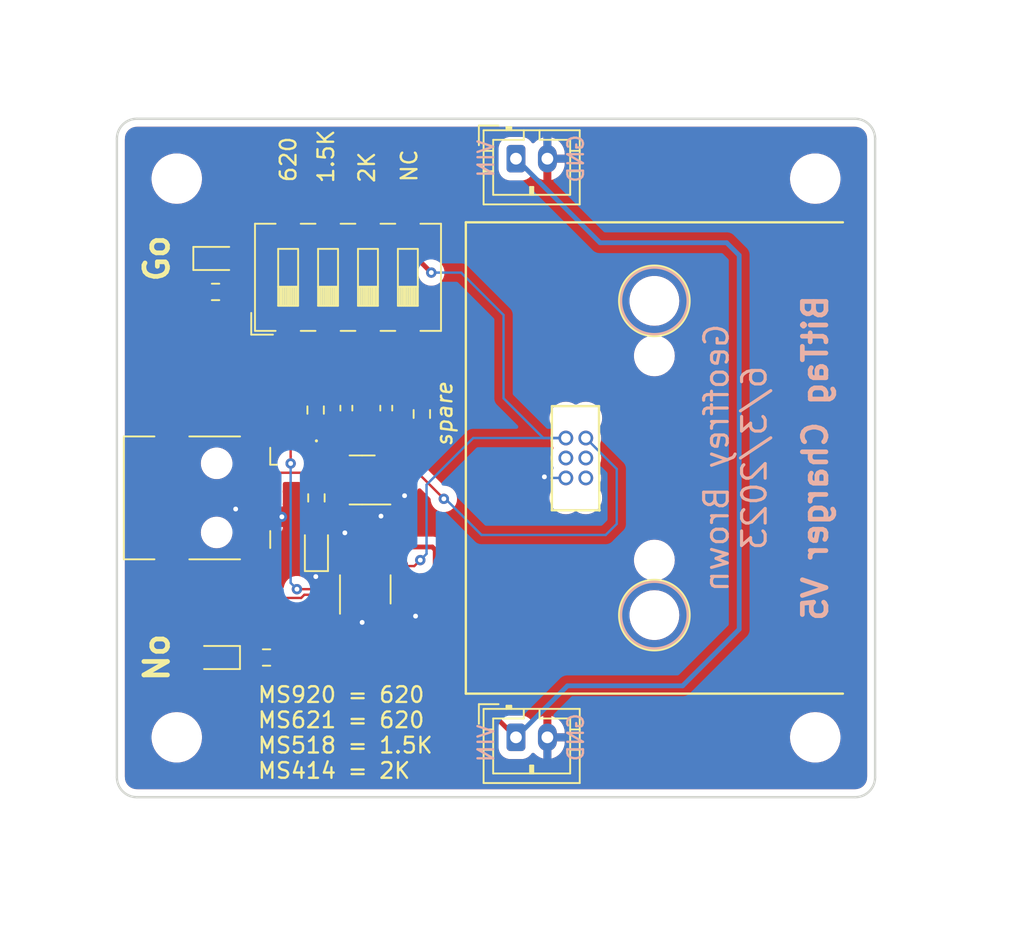
<source format=kicad_pcb>
(kicad_pcb (version 20211014) (generator pcbnew)
  (layers (0 "F.Cu" signal) (31 "B.Cu" signal) (34 "B.Paste" user) (35 "F.Paste" user) (36 "B.SilkS" user "B.Silkscreen") (37 "F.SilkS" user "F.Silkscreen") (38 "B.Mask" user) (39 "F.Mask" user) (44 "Edge.Cuts" user))
  (net 0 "")
  (net 1 "+3V3")
  (net 2 "GND")
  (net 3 "/VIN")
  (net 4 "TAG_VBAT")
  (net 5 "Net-(D102-Pad2)")
  (net 6 "Net-(D101-Pad1)")
  (net 7 "Net-(D103-Pad1)")
  (net 8 "Net-(R101-Pad1)")
  (net 9 "/Vsense")
  (net 10 "Net-(R105-Pad1)")
  (net 11 "Net-(D104-Pad2)")
  (net 12 "Net-(R1-Pad1)")
  (net 13 "Net-(R106-Pad1)")
  (net 14 "Net-(R107-Pad1)")
  (net 20 "Net-(R2-Pad2)")
  (footprint "Package_TO_SOT_SMD:SOT-23-3" (layer "F.Cu") (at 132.45 71.25 180)
    (fp_text reference "U106" hide)
    (fp_text value "XC6206-3.3V" hide)
    (fp_line (start 0 1.56) (end -0.8 1.56) (layer "F.SilkS") (width 0.12))
    (fp_line (start 0 -1.56) (end -1.8 -1.56) (layer "F.SilkS") (width 0.12))
    (fp_line (start 0 1.56) (end 0.8 1.56) (layer "F.SilkS") (width 0.12))
    (fp_line (start 0 -1.56) (end 0.8 -1.56) (layer "F.SilkS") (width 0.12))
    (pad "1" smd roundrect locked (at -1.1375 -0.95 180) (size 1.325 0.6) (layers "F.Cu" "F.Paste" "F.Mask") (net 2 "GND"))
    (pad "2" smd roundrect locked (at -1.1375 0.95 180) (size 1.325 0.6) (layers "F.Cu" "F.Paste" "F.Mask") (net 1 "+3V3"))
    (pad "3" smd roundrect locked (at 1.1375 0 180) (size 1.325 0.6) (layers "F.Cu" "F.Paste" "F.Mask") (net 3 "/VIN"))
  )
  (footprint "Package_TO_SOT_SMD:SOT-23-6" (layer "F.Cu") (at 132.65 78.215 90)
    (fp_text reference "U101" hide)
    (fp_text value "TPS3700" hide)
    (fp_line (start -0.9 1.61) (end 0.9 1.61) (layer "F.SilkS") (width 0.12))
    (fp_line (start 0.9 -1.61) (end -1.55 -1.61) (layer "F.SilkS") (width 0.12))
    (pad "1" smd rect locked (at -1.1 -0.95 90) (size 1.06 0.65) (layers "F.Cu" "F.Paste" "F.Mask") (net 8 "Net-(R101-Pad1)"))
    (pad "2" smd rect locked (at -1.1 0 90) (size 1.06 0.65) (layers "F.Cu" "F.Paste" "F.Mask") (net 2 "GND"))
    (pad "3" smd rect locked (at -1.1 0.95 90) (size 1.06 0.65) (layers "F.Cu" "F.Paste" "F.Mask") (net 9 "/Vsense"))
    (pad "4" smd rect locked (at 1.1 0.95 90) (size 1.06 0.65) (layers "F.Cu" "F.Paste" "F.Mask") (net 9 "/Vsense"))
    (pad "5" smd rect locked (at 1.1 0 90) (size 1.06 0.65) (layers "F.Cu" "F.Paste" "F.Mask") (net 3 "/VIN"))
    (pad "6" smd rect locked (at 1.1 -0.95 90) (size 1.06 0.65) (layers "F.Cu" "F.Paste" "F.Mask") (net 10 "Net-(R105-Pad1)"))
  )
  (footprint "Mounting_Holes:MountingHole_2.2mm_M2" (layer "F.Cu") (at 120.65 87.63)
    (fp_text reference "MK101" hide)
    (fp_text value "Mounting_Hole" hide)
    (pad "" np_thru_hole circle locked (at 0 0) (size 2.2 2.2) (drill 2.2) (layers *.Cu *.Mask))
  )
  (footprint "Mounting_Holes:MountingHole_2.2mm_M2" (layer "F.Cu") (at 120.65 52.07)
    (fp_text reference "MK102" hide)
    (fp_text value "Mounting_Hole" hide)
    (pad "" np_thru_hole circle locked (at 0 0) (size 2.2 2.2) (drill 2.2) (layers *.Cu *.Mask))
  )
  (footprint "Mounting_Holes:MountingHole_2.2mm_M2" (layer "F.Cu") (at 161.29 52.07)
    (fp_text reference "MK103" hide)
    (fp_text value "Mounting_Hole" hide)
    (pad "" np_thru_hole circle locked (at 0 0) (size 2.2 2.2) (drill 2.2) (layers *.Cu *.Mask))
  )
  (footprint "Mounting_Holes:MountingHole_2.2mm_M2" (layer "F.Cu") (at 161.29 87.63)
    (fp_text reference "MK104" hide)
    (fp_text value "Mounting_Hole" hide)
    (pad "" np_thru_hole circle locked (at 0 0) (size 2.2 2.2) (drill 2.2) (layers *.Cu *.Mask))
  )
  (footprint "MultiCharger:6pin_tagpoints_new_offset" (layer "F.Cu") (at 146.05 69.85 90)
    (fp_text reference "J103" hide)
    (fp_text value "Tagbase" hide)
    (fp_circle (center 10 5) (end 11.5 6.5) (layer "B.SilkS") (width 0.15) (fill none))
    (fp_circle (center -10 5) (end -8.5 6.5) (layer "B.SilkS") (width 0.15) (fill none))
    (fp_line (start -15 -7) (end -15 17) (layer "F.SilkS") (width 0.15))
    (fp_line (start 15 17) (end 15 -7) (layer "F.SilkS") (width 0.15))
    (fp_line (start 3.302 1.4732) (end -3.3528 1.4986) (layer "F.SilkS") (width 0.15))
    (fp_line (start -3.3274 1.524) (end -3.3274 -1.524) (layer "F.SilkS") (width 0.15))
    (fp_line (start -3.3274 -1.524) (end 3.302 -1.524) (layer "F.SilkS") (width 0.15))
    (fp_line (start 3.302 -1.4732) (end 3.302 1.4748) (layer "F.SilkS") (width 0.15))
    (fp_line (start 15 -7) (end -15 -7) (layer "F.SilkS") (width 0.15))
    (fp_circle (center 10 5) (end 11 7) (layer "F.SilkS") (width 0.15) (fill none))
    (fp_circle (center -10 5) (end -9 7) (layer "F.SilkS") (width 0.15) (fill none))
    (pad "" np_thru_hole circle locked (at 2.54 0.635 90) (size 1.0668 1.0668) (drill 1.0668) (layers *.Cu))
    (pad "" np_thru_hole circle locked (at -2.54 -0.635 90) (size 1.0668 1.0668) (drill 1.0668) (layers *.Cu))
    (pad "" np_thru_hole circle locked (at -6.5 5 90) (size 1.5875 1.5875) (drill 1.5875) (layers *.Cu *.Mask))
    (pad "" np_thru_hole circle locked (at 2.54 -0.635 90) (size 1.0668 1.0668) (drill 1.0668) (layers *.Cu))
    (pad "" np_thru_hole circle locked (at -10 5 90) (size 2.16 2.16) (drill 2.16) (layers *.Cu *.Mask))
    (pad "" np_thru_hole circle locked (at 6.5 5 90) (size 1.5875 1.5875) (drill 1.5875) (layers *.Cu *.Mask))
    (pad "" np_thru_hole circle locked (at -2.54 0.635 90) (size 1.0668 1.0668) (drill 1.0668) (layers *.Cu))
    (pad "" np_thru_hole circle locked (at 10 5 90) (size 2.16 2.16) (drill 2.16) (layers *.Cu *.Mask))
    (pad "1" thru_hole circle locked (at -1.27 0.635 90) (size 0.9398 0.9398) (drill 0.6096) (layers *.Cu *.Mask))
    (pad "2" thru_hole circle locked (at -1.27 -0.635 90) (size 0.9398 0.9398) (drill 0.6096) (layers *.Cu *.Mask) (net 2 "GND"))
    (pad "3" thru_hole circle locked (at 0 0.635 90) (size 0.9398 0.9398) (drill 0.6096) (layers *.Cu *.Mask))
    (pad "4" thru_hole circle locked (at 0 -0.635 90) (size 0.9398 0.9398) (drill 0.6096) (layers *.Cu *.Mask))
    (pad "5" thru_hole circle locked (at 1.27 0.635 90) (size 0.9398 0.9398) (drill 0.6096) (layers *.Cu *.Mask) (net 1 "+3V3"))
    (pad "6" thru_hole circle locked (at 1.27 -0.635 90) (size 0.9398 0.9398) (drill 0.6096) (layers *.Cu *.Mask) (net 4 "TAG_VBAT"))
  )
  (footprint "Capacitor_SMD:C_0402_1005Metric" (layer "F.Cu") (at 132.05 75.515 180)
    (fp_text reference "C101" hide)
    (fp_text value "0.1uF" hide)
    (pad "1" smd roundrect locked (at -0.485 0 180) (size 0.59 0.64) (layers "F.Cu" "F.Paste" "F.Mask") (net 3 "/VIN"))
    (pad "2" smd roundrect locked (at 0.485 0 180) (size 0.59 0.64) (layers "F.Cu" "F.Paste" "F.Mask") (net 2 "GND"))
  )
  (footprint "Capacitor_SMD:C_0402_1005Metric" (layer "F.Cu") (at 132.45 73.55)
    (fp_text reference "C106" hide)
    (fp_text value "1uF" hide)
    (pad "1" smd roundrect locked (at -0.485 0) (size 0.59 0.64) (layers "F.Cu" "F.Paste" "F.Mask") (net 3 "/VIN"))
    (pad "2" smd roundrect locked (at 0.485 0) (size 0.59 0.64) (layers "F.Cu" "F.Paste" "F.Mask") (net 2 "GND"))
  )
  (footprint "Capacitor_SMD:C_0402_1005Metric" (layer "F.Cu") (at 135.15 71.15 -90)
    (fp_text reference "C107" hide)
    (fp_text value "2.2uF" hide)
    (pad "1" smd roundrect locked (at -0.485 0 270) (size 0.59 0.64) (layers "F.Cu" "F.Paste" "F.Mask") (net 1 "+3V3"))
    (pad "2" smd roundrect locked (at 0.485 0 270) (size 0.59 0.64) (layers "F.Cu" "F.Paste" "F.Mask") (net 2 "GND"))
  )
  (footprint "LED_SMD:LED_0603_1608Metric" (layer "F.Cu") (at 123.19 82.55 180)
    (fp_text reference "D101" hide)
    (fp_text value "No Go" hide)
    (fp_line (start -1.485 0.735) (end 0.8 0.735) (layer "F.SilkS") (width 0.12))
    (fp_line (start 0.8 -0.735) (end -1.485 -0.735) (layer "F.SilkS") (width 0.12))
    (fp_line (start -1.485 -0.735) (end -1.485 0.735) (layer "F.SilkS") (width 0.12))
    (pad "1" smd roundrect locked (at -0.7875 0 180) (size 0.875 0.95) (layers "F.Cu" "F.Paste" "F.Mask") (net 6 "Net-(D101-Pad1)"))
    (pad "2" smd roundrect locked (at 0.7875 0 180) (size 0.875 0.95) (layers "F.Cu" "F.Paste" "F.Mask") (net 3 "/VIN"))
  )
  (footprint "LED_SMD:LED_0603_1608Metric" (layer "F.Cu") (at 129.54 75.565 90)
    (fp_text reference "D102" hide)
    (fp_text value "LED" hide)
    (fp_line (start -1.485 -0.735) (end -1.485 0.735) (layer "F.SilkS") (width 0.12))
    (fp_line (start 0.8 -0.735) (end -1.485 -0.735) (layer "F.SilkS") (width 0.12))
    (fp_line (start -1.485 0.735) (end 0.8 0.735) (layer "F.SilkS") (width 0.12))
    (pad "1" smd roundrect locked (at -0.7875 0 90) (size 0.875 0.95) (layers "F.Cu" "F.Paste" "F.Mask") (net 2 "GND"))
    (pad "2" smd roundrect locked (at 0.7875 0 90) (size 0.875 0.95) (layers "F.Cu" "F.Paste" "F.Mask") (net 5 "Net-(D102-Pad2)"))
  )
  (footprint "LED_SMD:LED_0603_1608Metric" (layer "F.Cu") (at 123.19 57.15)
    (fp_text reference "D103" hide)
    (fp_text value "Go" hide)
    (fp_line (start -1.485 -0.735) (end -1.485 0.735) (layer "F.SilkS") (width 0.12))
    (fp_line (start 0.8 -0.735) (end -1.485 -0.735) (layer "F.SilkS") (width 0.12))
    (fp_line (start -1.485 0.735) (end 0.8 0.735) (layer "F.SilkS") (width 0.12))
    (pad "1" smd roundrect locked (at -0.7875 0) (size 0.875 0.95) (layers "F.Cu" "F.Paste" "F.Mask") (net 7 "Net-(D103-Pad1)"))
    (pad "2" smd roundrect locked (at 0.7875 0) (size 0.875 0.95) (layers "F.Cu" "F.Paste" "F.Mask") (net 3 "/VIN"))
  )
  (footprint "Connector_USB:USB_Mini-B_Lumberg_2486_01_Horizontal" (layer "F.Cu") (at 123.19 72.39 -90)
    (fp_text reference "J104" hide)
    (fp_text value "USB_B_Mini" hide)
    (fp_line (start -2.11 -3.41) (end -2.11 -3.84) (layer "F.SilkS") (width 0.12))
    (fp_line (start 3.91 5.91) (end -3.91 5.91) (layer "F.SilkS") (width 0.12))
    (fp_line (start -3.91 5.91) (end -3.91 3.96) (layer "F.SilkS") (width 0.12))
    (fp_line (start -3.91 1.74) (end -3.91 -1.49) (layer "F.SilkS") (width 0.12))
    (fp_line (start -3.19 -3.41) (end -2.11 -3.41) (layer "F.SilkS") (width 0.12))
    (fp_line (start 2.11 -3.41) (end 3.19 -3.41) (layer "F.SilkS") (width 0.12))
    (fp_line (start 3.91 5.91) (end 3.91 3.96) (layer "F.SilkS") (width 0.12))
    (fp_line (start 3.91 1.74) (end 3.91 -1.49) (layer "F.SilkS") (width 0.12))
    (pad "" np_thru_hole circle locked (at 2.2 0 270) (size 1 1) (drill 1) (layers *.Cu *.Mask))
    (pad "" np_thru_hole circle locked (at -2.2 0 270) (size 1 1) (drill 1) (layers *.Cu *.Mask))
    (pad "1" smd rect locked (at -1.6 -2.7 270) (size 0.5 2) (layers "F.Cu" "F.Paste" "F.Mask") (net 11 "Net-(D104-Pad2)"))
    (pad "2" smd rect locked (at -0.8 -2.7 270) (size 0.5 2) (layers "F.Cu" "F.Paste" "F.Mask"))
    (pad "3" smd rect locked (at 0 -2.7 270) (size 0.5 2) (layers "F.Cu" "F.Paste" "F.Mask"))
    (pad "4" smd rect locked (at 0.8 -2.7 270) (size 0.5 2) (layers "F.Cu" "F.Paste" "F.Mask") (net 2 "GND"))
    (pad "5" smd rect locked (at 1.6 -2.7 270) (size 0.5 2) (layers "F.Cu" "F.Paste" "F.Mask") (net 2 "GND"))
    (pad "6" smd rect locked (at 4.45 -2.6 270) (size 2 1.7) (layers "F.Cu" "F.Paste" "F.Mask") (net 2 "GND"))
    (pad "6" smd rect locked (at -4.45 2.85 270) (size 2 1.7) (layers "F.Cu" "F.Paste" "F.Mask") (net 2 "GND"))
    (pad "6" smd rect locked (at -4.45 -2.6 270) (size 2 1.7) (layers "F.Cu" "F.Paste" "F.Mask") (net 2 "GND"))
    (pad "6" smd rect locked (at 4.45 2.85 270) (size 2 1.7) (layers "F.Cu" "F.Paste" "F.Mask") (net 2 "GND"))
  )
  (footprint "Resistor_SMD:R_0603_1608Metric" (layer "F.Cu") (at 129.49 66.8 -90)
    (fp_text reference "R1" hide)
    (fp_text value "620")
    (fp_line (start -0.237258 0.5225) (end 0.237258 0.5225) (layer "F.SilkS") (width 0.12))
    (fp_line (start -0.237258 -0.5225) (end 0.237258 -0.5225) (layer "F.SilkS") (width 0.12))
    (pad "1" smd roundrect (at -0.825 0 270) (size 0.8 0.95) (layers "F.Cu" "F.Paste" "F.Mask") (net 12 "Net-(R1-Pad1)"))
    (pad "2" smd roundrect (at 0.825 0 270) (size 0.8 0.95) (layers "F.Cu" "F.Paste" "F.Mask") (net 1 "+3V3"))
  )
  (footprint "Resistor_SMD:R_0603_1608Metric" (layer "F.Cu") (at 129.54 72.39 -90)
    (fp_text reference "R102" hide)
    (fp_text value "1.2K")
    (fp_line (start -0.237258 -0.5225) (end 0.237258 -0.5225) (layer "F.SilkS") (width 0.12))
    (fp_line (start -0.237258 0.5225) (end 0.237258 0.5225) (layer "F.SilkS") (width 0.12))
    (pad "1" smd roundrect (at -0.825 0 270) (size 0.8 0.95) (layers "F.Cu" "F.Paste" "F.Mask") (net 11 "Net-(D104-Pad2)"))
    (pad "2" smd roundrect (at 0.825 0 270) (size 0.8 0.95) (layers "F.Cu" "F.Paste" "F.Mask") (net 5 "Net-(D102-Pad2)"))
  )
  (footprint "Resistor_SMD:R_0402_1005Metric" (layer "F.Cu") (at 135.05 77.215 -90)
    (fp_text reference "R103" hide)
    (fp_text value "910K" hide)
    (pad "1" smd roundrect locked (at -0.485 0 270) (size 0.59 0.64) (layers "F.Cu" "F.Paste" "F.Mask") (net 4 "TAG_VBAT"))
    (pad "2" smd roundrect locked (at 0.485 0 270) (size 0.59 0.64) (layers "F.Cu" "F.Paste" "F.Mask") (net 9 "/Vsense"))
  )
  (footprint "Resistor_SMD:R_0402_1005Metric" (layer "F.Cu") (at 135.05 79.215 -90)
    (fp_text reference "R104" hide)
    (fp_text value "130K" hide)
    (pad "1" smd roundrect locked (at -0.485 0 270) (size 0.59 0.64) (layers "F.Cu" "F.Paste" "F.Mask") (net 9 "/Vsense"))
    (pad "2" smd roundrect locked (at 0.485 0 270) (size 0.59 0.64) (layers "F.Cu" "F.Paste" "F.Mask") (net 2 "GND"))
  )
  (footprint "Resistor_SMD:R_0603_1608Metric" (layer "F.Cu") (at 123.12 59.28 180)
    (fp_text reference "R105" hide)
    (fp_text value "1.2K")
    (fp_line (start -0.237258 -0.5225) (end 0.237258 -0.5225) (layer "F.SilkS") (width 0.12))
    (fp_line (start -0.237258 0.5225) (end 0.237258 0.5225) (layer "F.SilkS") (width 0.12))
    (pad "1" smd roundrect (at -0.825 0 180) (size 0.8 0.95) (layers "F.Cu" "F.Paste" "F.Mask") (net 10 "Net-(R105-Pad1)"))
    (pad "2" smd roundrect (at 0.825 0 180) (size 0.8 0.95) (layers "F.Cu" "F.Paste" "F.Mask") (net 7 "Net-(D103-Pad1)"))
  )
  (footprint "Connector_JST:JST_PH_B2B-PH-K_1x02_P2.00mm_Vertical" (layer "F.Cu") (at 142.24 50.8)
    (fp_text reference "J101" hide)
    (fp_text value "Conn_01x02" hide)
    (fp_line (start 4.06 -0.5) (end 3.45 -0.5) (layer "F.SilkS") (width 0.12))
    (fp_line (start 0.5 -1.2) (end -1.45 -1.2) (layer "F.SilkS") (width 0.12))
    (fp_line (start -2.06 0.8) (end -1.45 0.8) (layer "F.SilkS") (width 0.12))
    (fp_line (start -2.06 -0.5) (end -1.45 -0.5) (layer "F.SilkS") (width 0.12))
    (fp_line (start -2.06 -1.81) (end -2.06 2.91) (layer "F.SilkS") (width 0.12))
    (fp_line (start -1.11 -2.11) (end -2.36 -2.11) (layer "F.SilkS") (width 0.12))
    (fp_line (start -0.3 -1.91) (end -0.6 -1.91) (layer "F.SilkS") (width 0.12))
    (fp_line (start 1 2.3) (end 1 1.8) (layer "F.SilkS") (width 0.12))
    (fp_line (start -2.36 -2.11) (end -2.36 -0.86) (layer "F.SilkS") (width 0.12))
    (fp_line (start -0.6 -2.01) (end -0.6 -1.81) (layer "F.SilkS") (width 0.12))
    (fp_line (start -0.3 -1.81) (end -0.3 -2.01) (layer "F.SilkS") (width 0.12))
    (fp_line (start -0.3 -2.01) (end -0.6 -2.01) (layer "F.SilkS") (width 0.12))
    (fp_line (start 1.1 1.8) (end 1.1 2.3) (layer "F.SilkS") (width 0.12))
    (fp_line (start 3.45 2.3) (end 3.45 -1.2) (layer "F.SilkS") (width 0.12))
    (fp_line (start 4.06 2.91) (end 4.06 -1.81) (layer "F.SilkS") (width 0.12))
    (fp_line (start 1.5 -1.2) (end 1.5 -1.81) (layer "F.SilkS") (width 0.12))
    (fp_line (start 0.9 1.8) (end 1.1 1.8) (layer "F.SilkS") (width 0.12))
    (fp_line (start 0.5 -1.81) (end 0.5 -1.2) (layer "F.SilkS") (width 0.12))
    (fp_line (start -2.06 2.91) (end 4.06 2.91) (layer "F.SilkS") (width 0.12))
    (fp_line (start 4.06 0.8) (end 3.45 0.8) (layer "F.SilkS") (width 0.12))
    (fp_line (start -1.45 -1.2) (end -1.45 2.3) (layer "F.SilkS") (width 0.12))
    (fp_line (start 3.45 -1.2) (end 1.5 -1.2) (layer "F.SilkS") (width 0.12))
    (fp_line (start 4.06 -1.81) (end -2.06 -1.81) (layer "F.SilkS") (width 0.12))
    (fp_line (start -1.45 2.3) (end 3.45 2.3) (layer "F.SilkS") (width 0.12))
    (fp_line (start 0.9 2.3) (end 0.9 1.8) (layer "F.SilkS") (width 0.12))
    (pad "1" thru_hole roundrect locked (at 0 0) (size 1.2 1.75) (drill 0.75) (layers *.Cu *.Mask) (roundrect_rratio 0.2083333333) (net 3 "/VIN"))
    (pad "2" thru_hole oval locked (at 2 0) (size 1.2 1.75) (drill 0.75) (layers *.Cu *.Mask) (net 2 "GND"))
  )
  (footprint "Connector_JST:JST_PH_B2B-PH-K_1x02_P2.00mm_Vertical" (layer "F.Cu") (at 142.24 87.63)
    (fp_text reference "J102" hide)
    (fp_text value "Conn_01x02" hide)
    (fp_line (start -2.36 -2.11) (end -2.36 -0.86) (layer "F.SilkS") (width 0.12))
    (fp_line (start 3.45 2.3) (end 3.45 -1.2) (layer "F.SilkS") (width 0.12))
    (fp_line (start -2.06 -0.5) (end -1.45 -0.5) (layer "F.SilkS") (width 0.12))
    (fp_line (start -2.06 2.91) (end 4.06 2.91) (layer "F.SilkS") (width 0.12))
    (fp_line (start -0.3 -1.91) (end -0.6 -1.91) (layer "F.SilkS") (width 0.12))
    (fp_line (start -0.6 -2.01) (end -0.6 -1.81) (layer "F.SilkS") (width 0.12))
    (fp_line (start -0.3 -2.01) (end -0.6 -2.01) (layer "F.SilkS") (width 0.12))
    (fp_line (start -0.3 -1.81) (end -0.3 -2.01) (layer "F.SilkS") (width 0.12))
    (fp_line (start -1.45 -1.2) (end -1.45 2.3) (layer "F.SilkS") (width 0.12))
    (fp_line (start 4.06 2.91) (end 4.06 -1.81) (layer "F.SilkS") (width 0.12))
    (fp_line (start 4.06 -1.81) (end -2.06 -1.81) (layer "F.SilkS") (width 0.12))
    (fp_line (start 1.1 1.8) (end 1.1 2.3) (layer "F.SilkS") (width 0.12))
    (fp_line (start 0.5 -1.2) (end -1.45 -1.2) (layer "F.SilkS") (width 0.12))
    (fp_line (start -2.06 -1.81) (end -2.06 2.91) (layer "F.SilkS") (width 0.12))
    (fp_line (start 4.06 -0.5) (end 3.45 -0.5) (layer "F.SilkS") (width 0.12))
    (fp_line (start -1.45 2.3) (end 3.45 2.3) (layer "F.SilkS") (width 0.12))
    (fp_line (start 4.06 0.8) (end 3.45 0.8) (layer "F.SilkS") (width 0.12))
    (fp_line (start 0.9 2.3) (end 0.9 1.8) (layer "F.SilkS") (width 0.12))
    (fp_line (start 3.45 -1.2) (end 1.5 -1.2) (layer "F.SilkS") (width 0.12))
    (fp_line (start 1 2.3) (end 1 1.8) (layer "F.SilkS") (width 0.12))
    (fp_line (start -1.11 -2.11) (end -2.36 -2.11) (layer "F.SilkS") (width 0.12))
    (fp_line (start 0.9 1.8) (end 1.1 1.8) (layer "F.SilkS") (width 0.12))
    (fp_line (start -2.06 0.8) (end -1.45 0.8) (layer "F.SilkS") (width 0.12))
    (fp_line (start 0.5 -1.81) (end 0.5 -1.2) (layer "F.SilkS") (width 0.12))
    (fp_line (start 1.5 -1.2) (end 1.5 -1.81) (layer "F.SilkS") (width 0.12))
    (pad "1" thru_hole roundrect locked (at 0 0) (size 1.2 1.75) (drill 0.75) (layers *.Cu *.Mask) (roundrect_rratio 0.2083333333) (net 3 "/VIN"))
    (pad "2" thru_hole oval locked (at 2 0) (size 1.2 1.75) (drill 0.75) (layers *.Cu *.Mask) (net 2 "GND"))
  )
  (footprint "Resistor_SMD:R_0402_1005Metric" (layer "F.Cu") (at 131.445 66.675 -90)
    (fp_text reference "R106" hide)
    (fp_text value "1500" hide)
    (fp_line (start -0.153641 -0.38) (end 0.153641 -0.38) (layer "F.SilkS") (width 0.12))
    (fp_line (start -0.153641 0.38) (end 0.153641 0.38) (layer "F.SilkS") (width 0.12))
    (pad "1" smd roundrect locked (at -0.51 0 270) (size 0.54 0.64) (layers "F.Cu" "F.Paste" "F.Mask") (net 13 "Net-(R106-Pad1)"))
    (pad "2" smd roundrect locked (at 0.51 0 270) (size 0.54 0.64) (layers "F.Cu" "F.Paste" "F.Mask") (net 1 "+3V3"))
  )
  (footprint "Button_Switch_SMD:SW_DIP_SPSTx04_Slide_6.7x11.72mm_W8.61mm_P2.54mm_LowProfile" (layer "F.Cu") (at 131.55 58.35 90)
    (fp_text reference "SW101" hide)
    (fp_text value "SW_DIP_x04" hide)
    (fp_line (start 1.81 -4.445) (end -1.81 -4.445) (layer "F.SilkS") (width 0.12))
    (fp_line (start -1.81 1.715) (end -0.603333 1.715) (layer "F.SilkS") (width 0.12))
    (fp_line (start -1.81 -1.065) (end -0.603333 -1.065) (layer "F.SilkS") (width 0.12))
    (fp_line (start -1.81 1.475) (end -0.603333 1.475) (layer "F.SilkS") (width 0.12))
    (fp_line (start -3.41 -5.92) (end 3.41 -5.92) (layer "F.SilkS") (width 0.12))
    (fp_line (start -1.81 -3.725) (end -0.603333 -3.725) (layer "F.SilkS") (width 0.12))
    (fp_line (start -1.81 4.375) (end -0.603333 4.375) (layer "F.SilkS") (width 0.12))
    (fp_line (start -1.81 -0.705) (end -0.603333 -0.705) (layer "F.SilkS") (width 0.12))
    (fp_line (start -0.603333 -1.905) (end -0.603333 -0.635) (layer "F.SilkS") (width 0.12))
    (fp_line (start -1.81 0.755) (end -0.603333 0.755) (layer "F.SilkS") (width 0.12))
    (fp_line (start -1.81 1.355) (end -0.603333 1.355) (layer "F.SilkS") (width 0.12))
    (fp_line (start -3.41 4.61) (end -3.41 5.92) (layer "F.SilkS") (width 0.12))
    (fp_line (start -3.65 -6.16) (end -3.65 -4.777) (layer "F.SilkS") (width 0.12))
    (fp_line (start -1.81 4.135) (end -0.603333 4.135) (layer "F.SilkS") (width 0.12))
    (fp_line (start -0.603333 -4.445) (end -0.603333 -3.175) (layer "F.SilkS") (width 0.12))
    (fp_line (start -1.81 -1.305) (end -0.603333 -1.305) (layer "F.SilkS") (width 0.12))
    (fp_line (start -1.81 4.255) (end -0.603333 4.255) (layer "F.SilkS") (width 0.12))
    (fp_line (start -1.81 3.535) (end -0.603333 3.535) (layer "F.SilkS") (width 0.12))
    (fp_line (start -1.81 -3.365) (end -0.603333 -3.365) (layer "F.SilkS") (width 0.12))
    (fp_line (start -1.81 -1.665) (end -0.603333 -1.665) (layer "F.SilkS") (width 0.12))
    (fp_line (start -1.81 3.655) (end -0.603333 3.655) (layer "F.SilkS") (width 0.12))
    (fp_line (start -3.41 -5.92) (end -3.41 -4.61) (layer "F.SilkS") (width 0.12))
    (fp_line (start -1.81 0.995) (end -0.603333 0.995) (layer "F.SilkS") (width 0.12))
    (fp_line (start -1.81 0.635) (end -1.81 1.905) (layer "F.SilkS") (width 0.12))
    (fp_line (start 3.41 4.61) (end 3.41 5.92) (layer "F.SilkS") (width 0.12))
    (fp_line (start 1.81 4.445) (end 1.81 3.175) (layer "F.SilkS") (width 0.12))
    (fp_line (start -1.81 -4.325) (end -0.603333 -4.325) (layer "F.SilkS") (width 0.12))
    (fp_line (start -1.81 -1.425) (end -0.603333 -1.425) (layer "F.SilkS") (width 0.12))
    (fp_line (start 1.81 -0.635) (end 1.81 -1.905) (layer "F.SilkS") (width 0.12))
    (fp_line (start -1.81 3.775) (end -0.603333 3.775) (layer "F.SilkS") (width 0.12))
    (fp_line (start -1.81 -3.845) (end -0.603333 -3.845) (layer "F.SilkS") (width 0.12))
    (fp_line (start -3.41 -0.47) (end -3.41 0.47) (layer "F.SilkS") (width 0.12))
    (fp_line (start -1.81 3.175) (end -1.81 4.445) (layer "F.SilkS") (width 0.12))
    (fp_line (start -3.65 -6.16) (end -2.267 -6.16) (layer "F.SilkS") (width 0.12))
    (fp_line (start 3.41 -5.92) (end 3.41 -4.61) (layer "F.SilkS") (width 0.12))
    (fp_line (start -1.81 -1.905) (end -1.81 -0.635) (layer "F.SilkS") (width 0.12))
    (fp_line (start -1.81 1.235) (end -0.603333 1.235) (layer "F.SilkS") (width 0.12))
    (fp_line (start 1.81 1.905) (end 1.81 0.635) (layer "F.SilkS") (width 0.12))
    (fp_line (start -1.81 -3.245) (end -0.603333 -3.245) (layer "F.SilkS") (width 0.12))
    (fp_line (start 3.41 -0.47) (end 3.41 0.47) (layer "F.SilkS") (width 0.12))
    (fp_line (start -1.81 -1.785) (end -0.603333 -1.785) (layer "F.SilkS") (width 0.12))
    (fp_line (start -1.81 1.835) (end -0.603333 1.835) (layer "F.SilkS") (width 0.12))
    (fp_line (start -1.81 -3.605) (end -0.603333 -3.605) (layer "F.SilkS") (width 0.12))
    (fp_line (start -1.81 -3.485) (end -0.603333 -3.485) (layer "F.SilkS") (width 0.12))
    (fp_line (start -1.81 -4.085) (end -0.603333 -4.085) (layer "F.SilkS") (width 0.12))
    (fp_line (start -1.81 -3.965) (end -0.603333 -3.965) (layer "F.SilkS") (width 0.12))
    (fp_line (start -1.81 3.895) (end -0.603333 3.895) (layer "F.SilkS") (width 0.12))
    (fp_line (start -3.41 -3.01) (end -3.41 -2.07) (layer "F.SilkS") (width 0.12))
    (fp_line (start 3.41 -3.01) (end 3.41 -2.07) (layer "F.SilkS") (width 0.12))
    (fp_line (start 1.81 -3.175) (end 1.81 -4.445) (layer "F.SilkS") (width 0.12))
    (fp_line (start -1.81 0.875) (end -0.603333 0.875) (layer "F.SilkS") (width 0.12))
    (fp_line (start -3.41 5.92) (end 3.41 5.92) (layer "F.SilkS") (width 0.12))
    (fp_line (start 1.81 0.635) (end -1.81 0.635) (layer "F.SilkS") (width 0.12))
    (fp_line (start -1.81 -1.185) (end -0.603333 -1.185) (layer "F.SilkS") (width 0.12))
    (fp_line (start -0.603333 3.175) (end -0.603333 4.445) (layer "F.SilkS") (width 0.12))
    (fp_line (start -1.81 -0.635) (end 1.81 -0.635) (layer "F.SilkS") (width 0.12))
    (fp_line (start -3.41 2.07) (end -3.41 3.01) (layer "F.SilkS") (width 0.12))
    (fp_line (start -1.81 -4.205) (end -0.603333 -4.205) (layer "F.SilkS") (width 0.12))
    (fp_line (start -1.81 -3.175) (end 1.81 -3.175) (layer "F.SilkS") (width 0.12))
    (fp_line (start -1.81 -0.825) (end -0.603333 -0.825) (layer "F.SilkS") (width 0.12))
    (fp_line (start -0.603333 0.635) (end -0.603333 1.905) (layer "F.SilkS") (width 0.12))
    (fp_line (start -1.81 -1.545) (end -0.603333 -1.545) (layer "F.SilkS") (width 0.12))
    (fp_line (start -1.81 1.595) (end -0.603333 1.595) (layer "F.SilkS") (width 0.12))
    (fp_line (start -1.81 -0.945) (end -0.603333 -0.945) (layer "F.SilkS") (width 0.12))
    (fp_line (start -1.81 1.905) (end 1.81 1.905) (layer "F.SilkS") (width 0.12))
    (fp_line (start -1.81 4.445) (end 1.81 4.445) (layer "F.SilkS") (width 0.12))
    (fp_line (start -1.81 -4.445) (end -1.81 -3.175) (layer "F.SilkS") (width 0.12))
    (fp_line (start -1.81 1.115) (end -0.603333 1.115) (layer "F.SilkS") (width 0.12))
    (fp_line (start 1.81 3.175) (end -1.81 3.175) (layer "F.SilkS") (width 0.12))
    (fp_line (start -1.81 3.415) (end -0.603333 3.415) (layer "F.SilkS") (width 0.12))
    (fp_line (start -1.81 4.015) (end -0.603333 4.015) (layer "F.SilkS") (width 0.12))
    (fp_line (start 1.81 -1.905) (end -1.81 -1.905) (layer "F.SilkS") (width 0.12))
    (fp_line (start -1.81 3.295) (end -0.603333 3.295) (layer "F.SilkS") (width 0.12))
    (fp_line (start 3.41 2.07) (end 3.41 3.01) (layer "F.SilkS") (width 0.12))
    (pad "1" smd rect (at -4.305 -3.81 90) (size 2.44 1.12) (layers "F.Cu" "F.Paste" "F.Mask") (net 12 "Net-(R1-Pad1)"))
    (pad "2" smd rect (at -4.305 -1.27 90) (size 2.44 1.12) (layers "F.Cu" "F.Paste" "F.Mask") (net 13 "Net-(R106-Pad1)"))
    (pad "3" smd rect (at -4.305 1.27 90) (size 2.44 1.12) (layers "F.Cu" "F.Paste" "F.Mask") (net 14 "Net-(R107-Pad1)"))
    (pad "4" smd rect (at -4.305 3.81 90) (size 2.44 1.12) (layers "F.Cu" "F.Paste" "F.Mask") (net 20 "Net-(R2-Pad2)"))
    (pad "5" smd rect (at 4.305 3.81 90) (size 2.44 1.12) (layers "F.Cu" "F.Paste" "F.Mask") (net 4 "TAG_VBAT"))
    (pad "6" smd rect (at 4.305 1.27 90) (size 2.44 1.12) (layers "F.Cu" "F.Paste" "F.Mask") (net 4 "TAG_VBAT"))
    (pad "7" smd rect (at 4.305 -1.27 90) (size 2.44 1.12) (layers "F.Cu" "F.Paste" "F.Mask") (net 4 "TAG_VBAT"))
    (pad "8" smd rect (at 4.305 -3.81 90) (size 2.44 1.12) (layers "F.Cu" "F.Paste" "F.Mask") (net 4 "TAG_VBAT"))
  )
  (footprint "Diode_SMD:D_0402_1005Metric" (layer "F.Cu") (at 129.54 69.85 -90)
    (fp_text reference "D104" hide)
    (fp_text value "D" hide)
    (fp_circle (center -1.09 0) (end -1.04 0) (layer "F.SilkS") (width 0.1) (fill none))
    (pad "1" smd roundrect locked (at -0.485 0 270) (size 0.59 0.64) (layers "F.Cu" "F.Paste" "F.Mask") (net 3 "/VIN"))
    (pad "2" smd roundrect locked (at 0.485 0 270) (size 0.59 0.64) (layers "F.Cu" "F.Paste" "F.Mask") (net 11 "Net-(D104-Pad2)"))
  )
  (footprint "Resistor_SMD:R_0402_1005Metric" (layer "F.Cu") (at 133.985 66.675 -90)
    (fp_text reference "R107" hide)
    (fp_text value "2000" hide)
    (fp_line (start -0.153641 0.38) (end 0.153641 0.38) (layer "F.SilkS") (width 0.12))
    (fp_line (start -0.153641 -0.38) (end 0.153641 -0.38) (layer "F.SilkS") (width 0.12))
    (pad "1" smd roundrect locked (at -0.51 0 270) (size 0.54 0.64) (layers "F.Cu" "F.Paste" "F.Mask") (net 14 "Net-(R107-Pad1)"))
    (pad "2" smd roundrect locked (at 0.51 0 270) (size 0.54 0.64) (layers "F.Cu" "F.Paste" "F.Mask") (net 1 "+3V3"))
  )
  (footprint "Resistor_SMD:R_0603_1608Metric" (layer "F.Cu") (at 126.365 82.55 180)
    (fp_text reference "R101" hide)
    (fp_text value "1.2K")
    (fp_line (start -0.237258 0.5225) (end 0.237258 0.5225) (layer "F.SilkS") (width 0.12))
    (fp_line (start -0.237258 -0.5225) (end 0.237258 -0.5225) (layer "F.SilkS") (width 0.12))
    (pad "1" smd roundrect (at -0.825 0 180) (size 0.8 0.95) (layers "F.Cu" "F.Paste" "F.Mask") (net 8 "Net-(R101-Pad1)"))
    (pad "2" smd roundrect (at 0.825 0 180) (size 0.8 0.95) (layers "F.Cu" "F.Paste" "F.Mask") (net 6 "Net-(D101-Pad1)"))
  )
  (footprint "Resistor_SMD:R_0603_1608Metric_Pad0.98x0.95mm_HandSolder" (layer "F.Cu") (at 136.25 67.05 90)
    (fp_text reference "R2" hide)
    (fp_text value "spare" (at 0 1.43 90) (layer "F.SilkS") (effects (font (thickness 0.15) italic)))
    (fp_line (start -0.254724 0.5225) (end 0.254724 0.5225) (layer "F.SilkS") (width 0.12))
    (fp_line (start -0.254724 -0.5225) (end 0.254724 -0.5225) (layer "F.SilkS") (width 0.12))
    (pad "1" smd roundrect (at -0.9125 0 90) (size 0.975 0.95) (layers "F.Cu" "F.Paste" "F.Mask") (net 1 "+3V3"))
    (pad "2" smd roundrect (at 0.9125 0 90) (size 0.975 0.95) (layers "F.Cu" "F.Paste" "F.Mask") (net 20 "Net-(R2-Pad2)"))
  )
  (gr_arc (start 165.1 90.17) (mid 164.728026 91.068026) (end 163.83 91.44) (layer "Edge.Cuts") (width 0.15))
  (gr_arc (start 118.11 91.44) (mid 117.211974 91.068026) (end 116.84 90.17) (layer "Edge.Cuts") (width 0.15))
  (gr_line (start 165.1 49.53) (end 165.1 90.17) (layer "Edge.Cuts") (width 0.15))
  (gr_line (start 118.11 48.26) (end 163.83 48.26) (layer "Edge.Cuts") (width 0.15))
  (gr_arc (start 116.84 49.53) (mid 117.211974 48.631974) (end 118.11 48.26) (layer "Edge.Cuts") (width 0.15))
  (gr_line (start 163.83 91.44) (end 118.11 91.44) (layer "Edge.Cuts") (width 0.15))
  (gr_line (start 116.84 90.17) (end 116.84 49.53) (layer "Edge.Cuts") (width 0.15))
  (gr_arc (start 163.83 48.26) (mid 164.728026 48.631974) (end 165.1 49.53) (layer "Edge.Cuts") (width 0.15))
  (gr_text "BitTag Charger V5" (at 161.29 69.85 90) (layer "B.SilkS") (effects (font (size 1.5 1.5) (thickness 0.3)) (justify mirror)))
  (gr_text "GND" (at 146.05 87.63 90) (layer "B.SilkS") (effects (font (size 1 1)) (justify mirror)))
  (gr_text " VIN" (at 140.335 87.63 90) (layer "B.SilkS") (effects (font (size 1 1)) (justify mirror)))
  (gr_text "Geoffrey Brown\n6/3/2023" (at 156.21 69.85 90) (layer "B.SilkS") (effects (font (size 1.5 1.5) (thickness 0.2)) (justify mirror)))
  (gr_text "VIN" (at 140.335 50.8 90) (layer "B.SilkS") (effects (font (size 1 1)) (justify mirror)))
  (gr_text "GND" (at 146.05 50.8 90) (layer "B.SilkS") (effects (font (size 1 1)) (justify mirror)))
  (gr_text "No" (at 119.38 82.55 90) (layer "F.SilkS") (effects (font (size 1.5 1.5) (thickness 0.3))))
  (gr_text "2K" (at 132.75 51.35 90) (layer "F.SilkS") (effects (font (size 1 1))))
  (gr_text "620" (at 127.75 50.85 90) (layer "F.SilkS") (effects (font (size 1 1))))
  (gr_text "Go" (at 119.38 57.15 90) (layer "F.SilkS") (effects (font (size 1.5 1.5) (thickness 0.3))))
  (gr_text "NC" (at 135.45 51.25 90) (layer "F.SilkS") (effects (font (size 1 1))))
  (gr_text "\n\nMS920 = 620\nMS621 = 620\nMS518 = 1.5K\nMS414 = 2K" (at 125.73 85.725) (layer "F.SilkS") (effects (font (size 1 1)) (justify left)))
  (gr_text "1.5K" (at 130.15 50.65 90) (layer "F.SilkS") (effects (font (size 1 1))))
  (segment (start 133.5875 70.3) (end 133.985 69.9025) (width 0.1524) (layer "F.Cu") (net 1))
  (segment (start 134.785 70.3) (end 135.15 70.665) (width 0.1524) (layer "F.Cu") (net 1))
  (segment (start 131.445 67.185) (end 133.985 67.185) (width 0.1524) (layer "F.Cu") (net 1))
  (segment (start 133.985 69.9025) (end 133.985 67.185) (width 0.1524) (layer "F.Cu") (net 1))
  (segment (start 135.4725 67.185) (end 136.25 67.9625) (width 0.1524) (layer "F.Cu") (net 1))
  (segment (start 133.5875 70.3) (end 134.785 70.3) (width 0.1524) (layer "F.Cu") (net 1))
  (segment (start 135.15 70.665) (end 135.865 70.665) (width 0.1524) (layer "F.Cu") (net 1))
  (segment (start 135.865 70.665) (end 137.65 72.45) (width 0.1524) (layer "F.Cu") (net 1))
  (segment (start 133.985 67.185) (end 135.4725 67.185) (width 0.1524) (layer "F.Cu") (net 1))
  (segment (start 129.49 67.625) (end 131.005 67.625) (width 0.1524) (layer "F.Cu") (net 1))
  (segment (start 131.005 67.625) (end 131.445 67.185) (width 0.1524) (layer "F.Cu") (net 1))
  (via (at 137.65 72.45) (size 0.6604) (drill 0.3048) (layers "F.Cu" "B.Cu") (net 1))
  (segment (start 147.95 74.75) (end 140.05 74.75) (width 0.1524) (layer "B.Cu") (net 1))
  (segment (start 140.05 74.75) (end 137.75 72.45) (width 0.1524) (layer "B.Cu") (net 1))
  (segment (start 148.655 74.045) (end 147.95 74.75) (width 0.1524) (layer "B.Cu") (net 1))
  (segment (start 148.655 70.55) (end 148.655 74.045) (width 0.1524) (layer "B.Cu") (net 1))
  (segment (start 137.75 72.45) (end 137.65 72.45) (width 0.1524) (layer "B.Cu") (net 1))
  (segment (start 146.685 68.58) (end 148.655 70.55) (width 0.1524) (layer "B.Cu") (net 1))
  (segment (start 135.15 71.635) (end 135.15 72.25) (width 0.1524) (layer "F.Cu") (net 2))
  (segment (start 135.75 79.915) (end 135.85 79.915) (width 0.1524) (layer "F.Cu") (net 2))
  (segment (start 135.05 79.7) (end 135.384168 80.034168) (width 0.1524) (layer "F.Cu") (net 2))
  (segment (start 135.630832 80.034168) (end 135.75 79.915) (width 0.1524) (layer "F.Cu") (net 2))
  (segment (start 132.65 79.315) (end 132.65 79.9974) (width 0.1524) (layer "F.Cu") (net 2))
  (segment (start 125.89 73.99) (end 125.89 76.74) (width 0.1524) (layer "F.Cu") (net 2))
  (segment (start 131.565 75.515) (end 131.565 75.095) (width 0.1524) (layer "F.Cu") (net 2))
  (segment (start 125.89 73.19) (end 124.49 73.19) (width 0.1524) (layer "F.Cu") (net 2))
  (segment (start 125.89 76.74) (end 125.79 76.84) (width 0.1524) (layer "F.Cu") (net 2))
  (segment (start 125.79 67.94) (end 120.34 67.94) (width 0.1524) (layer "F.Cu") (net 2))
  (segment (start 120.34 76.84) (end 125.79 76.84) (width 0.1524) (layer "F.Cu") (net 2))
  (segment (start 133.5875 72.2) (end 133.5875 72.8975) (width 0.1524) (layer "F.Cu") (net 2))
  (segment (start 135.384168 80.034168) (end 135.630832 80.034168) (width 0.1524) (layer "F.Cu") (net 2))
  (segment (start 125.89 73.19) (end 125.89 73.99) (width 0.1524) (layer "F.Cu") (net 2))
  (segment (start 125.89 73.19) (end 126.936723 73.19) (width 0.1524) (layer "F.Cu") (net 2))
  (segment (start 132.935 73.55) (end 133.65 73.55) (width 0.1524) (layer "F.Cu") (net 2))
  (segment (start 129.54 77.36) (end 129.5 77.4) (width 0.1524) (layer "F.Cu") (net 2))
  (segment (start 126.936723 73.19) (end 127.34119 73.594467) (width 0.1524) (layer "F.Cu") (net 2))
  (segment (start 132.65 79.9974) (end 132.45 80.1974) (width 0.1524) (layer "F.Cu") (net 2))
  (segment (start 131.35 74.88) (end 131.35 74.615) (width 0.1524) (layer "F.Cu") (net 2))
  (segment (start 133.5875 72.8975) (end 132.935 73.55) (width 0.1524) (layer "F.Cu") (net 2))
  (segment (start 129.54 76.3525) (end 129.54 77.36) (width 0.1524) (layer "F.Cu") (net 2))
  (segment (start 120.34 67.94) (end 120.34 76.84) (width 0.1524) (layer "F.Cu") (net 2))
  (segment (start 131.565 75.095) (end 131.35 74.88) (width 0.1524) (layer "F.Cu") (net 2))
  (segment (start 124.49 73.19) (end 124.4 73.1) (width 0.1524) (layer "F.Cu") (net 2))
  (via (at 135.85 79.915) (size 0.6604) (drill 0.3048) (layers "F.Cu" "B.Cu") (net 2))
  (via (at 132.45 80.315) (size 0.6604) (drill 0.3048) (layers "F.Cu" "B.Cu") (net 2))
  (via (at 135.15 72.25) (size 0.6604) (drill 0.3048) (layers "F.Cu" "B.Cu") (net 2))
  (via (at 133.65 73.55) (size 0.6604) (drill 0.3048) (layers "F.Cu" "B.Cu") (net 2))
  (via (at 129.5 77.4) (size 0.6604) (drill 0.3048) (layers "F.Cu" "B.Cu") (net 2))
  (via (at 127.34119 73.594467) (size 0.6604) (drill 0.3048) (layers "F.Cu" "B.Cu") (net 2))
  (via (at 131.35 74.615) (size 0.6604) (drill 0.3048) (layers "F.Cu" "B.Cu") (net 2))
  (via (at 144.05 71.05) (size 0.6604) (drill 0.3048) (layers "F.Cu" "B.Cu") (net 2))
  (via (at 124.4 73.1) (size 0.6604) (drill 0.3048) (layers "F.Cu" "B.Cu") (net 2))
  (segment (start 145.415 71.12) (end 144.12 71.12) (width 0.1524) (layer "B.Cu") (net 2))
  (segment (start 144.12 71.12) (end 144.05 71.05) (width 0.1524) (layer "B.Cu") (net 2))
  (segment (start 137.1 75.7) (end 137.1 82.49) (width 0.3048) (layer "F.Cu") (net 3))
  (segment (start 136.915 75.515) (end 137.1 75.7) (width 0.3048) (layer "F.Cu") (net 3))
  (segment (start 131.3125 71.1375) (end 131.3125 71.25) (width 0.1524) (layer "F.Cu") (net 3))
  (segment (start 132.535 75.515) (end 132.535 77) (width 0.3048) (layer "F.Cu") (net 3))
  (segment (start 131.891001 78.556399) (end 132.65 77.7974) (width 0.1524) (layer "F.Cu") (net 3))
  (segment (start 124.53625 58.34375) (end 126.3 60.1075) (width 0.1524) (layer "F.Cu") (net 3))
  (segment (start 126.3 65.757451) (end 129.54 68.997451) (width 0.1524) (layer "F.Cu") (net 3))
  (segment (start 123.9775 57.15) (end 123.9775 57.785) (width 0.1524) (layer "F.Cu") (net 3))
  (segment (start 137.1 82.49) (end 142.24 87.63) (width 0.3048) (layer "F.Cu") (net 3))
  (segment (start 126.193699 78.758801) (end 128.568225 78.758801) (width 0.1524) (layer "F.Cu") (net 3))
  (segment (start 126.3 60.1075) (end 126.3 65.757451) (width 0.1524) (layer "F.Cu") (net 3))
  (segment (start 131.965 73.55) (end 131.965 74.945) (width 0.1524) (layer "F.Cu") (net 3))
  (segment (start 131.3125 72.8975) (end 131.965 73.55) (width 0.1524) (layer "F.Cu") (net 3))
  (segment (start 131.3125 71.25) (end 131.3125 72.8975) (width 0.1524) (layer "F.Cu") (net 3))
  (segment (start 132.535 75.515) (end 136.915 75.515) (width 0.3048) (layer "F.Cu") (net 3))
  (segment (start 122.4025 82.55) (end 126.193699 78.758801) (width 0.1524) (layer "F.Cu") (net 3))
  (segment (start 128.770627 78.556399) (end 131.891001 78.556399) (width 0.1524) (layer "F.Cu") (net 3))
  (segment (start 132.65 77.7974) (end 132.65 77.115) (width 0.1524) (layer "F.Cu") (net 3))
  (segment (start 129.54 69.365) (end 131.3125 71.1375) (width 0.1524) (layer "F.Cu") (net 3))
  (segment (start 131.965 74.945) (end 132.535 75.515) (width 0.1524) (layer "F.Cu") (net 3))
  (segment (start 123.9775 57.785) (end 124.53625 58.34375) (width 0.1524) (layer "F.Cu") (net 3))
  (segment (start 132.535 77) (end 132.65 77.115) (width 0.3048) (layer "F.Cu") (net 3))
  (segment (start 129.54 68.997451) (end 129.54 69.365) (width 0.1524) (layer "F.Cu") (net 3))
  (segment (start 128.568225 78.758801) (end 128.770627 78.556399) (width 0.1524) (layer "F.Cu") (net 3))
  (segment (start 145.52 84.35) (end 142.24 87.63) (width 0.3048) (layer "B.Cu") (net 3))
  (segment (start 152.85 84.35) (end 145.52 84.35) (width 0.3048) (layer "B.Cu") (net 3))
  (segment (start 147.59 56.15) (end 155.65 56.15) (width 0.3048) (layer "B.Cu") (net 3))
  (segment (start 156.45 56.95) (end 156.45 80.75) (width 0.3048) (layer "B.Cu") (net 3))
  (segment (start 155.65 56.15) (end 156.45 56.95) (width 0.3048) (layer "B.Cu") (net 3))
  (segment (start 156.45 80.75) (end 152.85 84.35) (width 0.3048) (layer "B.Cu") (net 3))
  (segment (start 142.24 50.8) (end 147.59 56.15) (width 0.3048) (layer "B.Cu") (net 3))
  (segment (start 136.85 58.05) (end 133.1786 54.3786) (width 0.1524) (layer "F.Cu") (net 4))
  (segment (start 130.28 54.045) (end 132.82 54.045) (width 0.3048) (layer "F.Cu") (net 4))
  (segment (start 133.1786 54.3786) (end 132.82 54.3786) (width 0.1524) (layer "F.Cu") (net 4))
  (segment (start 132.82 54.045) (end 135.36 54.045) (width 0.3048) (layer "F.Cu") (net 4))
  (segment (start 132.845 54.045) (end 136.85 58.05) (width 0.3048) (layer "F.Cu") (net 4))
  (segment (start 132.82 54.045) (end 132.845 54.045) (width 0.3048) (layer "F.Cu") (net 4))
  (segment (start 127.74 54.045) (end 130.28 54.045) (width 0.3048) (layer "F.Cu") (net 4))
  (segment (start 135.05 76.73) (end 135.77 76.73) (width 0.1524) (layer "F.Cu") (net 4))
  (segment (start 135.77 76.73) (end 136.15 76.35) (width 0.1524) (layer "F.Cu") (net 4))
  (via (at 136.15 76.35) (size 0.6604) (drill 0.3048) (layers "F.Cu" "B.Cu") (net 4))
  (via (at 136.85 58.05) (size 0.6604) (drill 0.3048) (layers "F.Cu" "B.Cu") (net 4))
  (segment (start 141.45 60.75) (end 141.45 66.05) (width 0.1524) (layer "B.Cu") (net 4))
  (segment (start 136.15 76.35) (end 136.55 75.95) (width 0.1524) (layer "B.Cu") (net 4))
  (segment (start 136.55 71.55) (end 139.52 68.58) (width 0.1524) (layer "B.Cu") (net 4))
  (segment (start 141.45 60.75) (end 138.75 58.05) (width 0.1524) (layer "B.Cu") (net 4))
  (segment (start 143.98 68.58) (end 145.415 68.58) (width 0.1524) (layer "B.Cu") (net 4))
  (segment (start 138.75 58.05) (end 136.85 58.05) (width 0.1524) (layer "B.Cu") (net 4))
  (segment (start 141.45 66.05) (end 143.98 68.58) (width 0.1524) (layer "B.Cu") (net 4))
  (segment (start 139.52 68.58) (end 145.415 68.58) (width 0.1524) (layer "B.Cu") (net 4))
  (segment (start 136.55 75.95) (end 136.55 71.55) (width 0.1524) (layer "B.Cu") (net 4))
  (segment (start 129.54 73.215) (end 129.54 74.7775) (width 0.1524) (layer "F.Cu") (net 5))
  (segment (start 125.88 82.55) (end 123.9775 82.55) (width 0.1524) (layer "F.Cu") (net 6))
  (segment (start 122.4025 57.15) (end 122.4025 59.1725) (width 0.1524) (layer "F.Cu") (net 7))
  (segment (start 122.4025 59.1725) (end 122.295 59.28) (width 0.1524) (layer "F.Cu") (net 7))
  (segment (start 126.85 82.55) (end 128.465 82.55) (width 0.1524) (layer "F.Cu") (net 8))
  (segment (start 128.465 82.55) (end 131.7 79.315) (width 0.1524) (layer "F.Cu") (net 8))
  (segment (start 134.465 79.315) (end 133.6 79.315) (width 0.1524) (layer "F.Cu") (net 9))
  (segment (start 135.05 77.7) (end 135.05 78.73) (width 0.1524) (layer "F.Cu") (net 9))
  (segment (start 133.6 77.115) (end 134.465 77.115) (width 0.1524) (layer "F.Cu") (net 9))
  (segment (start 134.465 77.115) (end 135.05 77.7) (width 0.1524) (layer "F.Cu") (net 9))
  (segment (start 135.05 78.73) (end 134.465 79.315) (width 0.1524) (layer "F.Cu") (net 9))
  (segment (start 123.945 59.28) (end 123.945 63.833518) (width 0.1524) (layer "F.Cu") (net 10))
  (segment (start 128.3 78.2) (end 131.3 78.2) (width 0.1524) (layer "F.Cu") (net 10))
  (segment (start 127.9 69.733027) (end 127.9 70.2) (width 0.1524) (layer "F.Cu") (net 10))
  (segment (start 123.945 63.833518) (end 124.995741 64.884259) (width 0.1524) (layer "F.Cu") (net 10))
  (segment (start 131.3 78.2) (end 131.7 77.8) (width 0.1524) (layer "F.Cu") (net 10))
  (segment (start 124.995741 64.884259) (end 127.9 67.788517) (width 0.1524) (layer "F.Cu") (net 10))
  (segment (start 131.7 77.8) (end 131.7 77.115) (width 0.1524) (layer "F.Cu") (net 10))
  (segment (start 127.9 67.788517) (end 127.9 69.733027) (width 0.1524) (layer "F.Cu") (net 10))
  (via (at 127.9 70.2) (size 0.6604) (drill 0.3048) (layers "F.Cu" "B.Cu") (net 10))
  (via (at 128.3 78.2) (size 0.6604) (drill 0.3048) (layers "F.Cu" "B.Cu") (net 10))
  (segment (start 127.9 77.8) (end 128.3 78.2) (width 0.1524) (layer "B.Cu") (net 10))
  (segment (start 127.9 70.2) (end 127.9 77.8) (width 0.1524) (layer "B.Cu") (net 10))
  (segment (start 125.89 70.79) (end 129.085 70.79) (width 0.1524) (layer "F.Cu") (net 11))
  (segment (start 129.085 70.79) (end 129.54 70.335) (width 0.1524) (layer "F.Cu") (net 11))
  (segment (start 129.54 71.245) (end 129.085 70.79) (width 0.1524) (layer "F.Cu") (net 11))
  (segment (start 127.74 64.225) (end 127.74 62.655) (width 0.1524) (layer "F.Cu") (net 12))
  (segment (start 129.49 65.975) (end 127.74 64.225) (width 0.1524) (layer "F.Cu") (net 12))
  (segment (start 130.28 65) (end 131.445 66.165) (width 0.1524) (layer "F.Cu") (net 13))
  (segment (start 130.28 62.655) (end 130.28 65) (width 0.1524) (layer "F.Cu") (net 13))
  (segment (start 132.82 65) (end 133.985 66.165) (width 0.1524) (layer "F.Cu") (net 14))
  (segment (start 132.82 62.655) (end 132.82 65) (width 0.1524) (layer "F.Cu") (net 14))
  (segment (start 136.25 66.1375) (end 135.36 65.2475) (width 0.1524) (layer "F.Cu") (net 20))
  (segment (start 135.36 65.2475) (end 135.36 62.655) (width 0.1524) (layer "F.Cu") (net 20))
  (zone (net 2) (net_name "GND") (layer "F.Cu") (connect_pads (clearance 0.508)) (min_thickness 0.254) (fill yes (thermal_gap 0.508) (thermal_bridge_width 0.508))
    (polygon (pts (xy 172 41.3) (xy 174.6 100.4) (xy 109.4 99.3) (xy 110.2 40.8) (xy 109.6 40.7)))
  )
  (zone (net 2) (net_name "GND") (layer "B.Cu") (connect_pads (clearance 0.508)) (min_thickness 0.254) (fill yes (thermal_gap 0.508) (thermal_bridge_width 0.508))
    (polygon (pts (xy 169.1 44.9) (xy 169.2 94.9) (xy 169.1 94.8) (xy 113.9 94.3) (xy 113 44.3)))
  )
)
</source>
